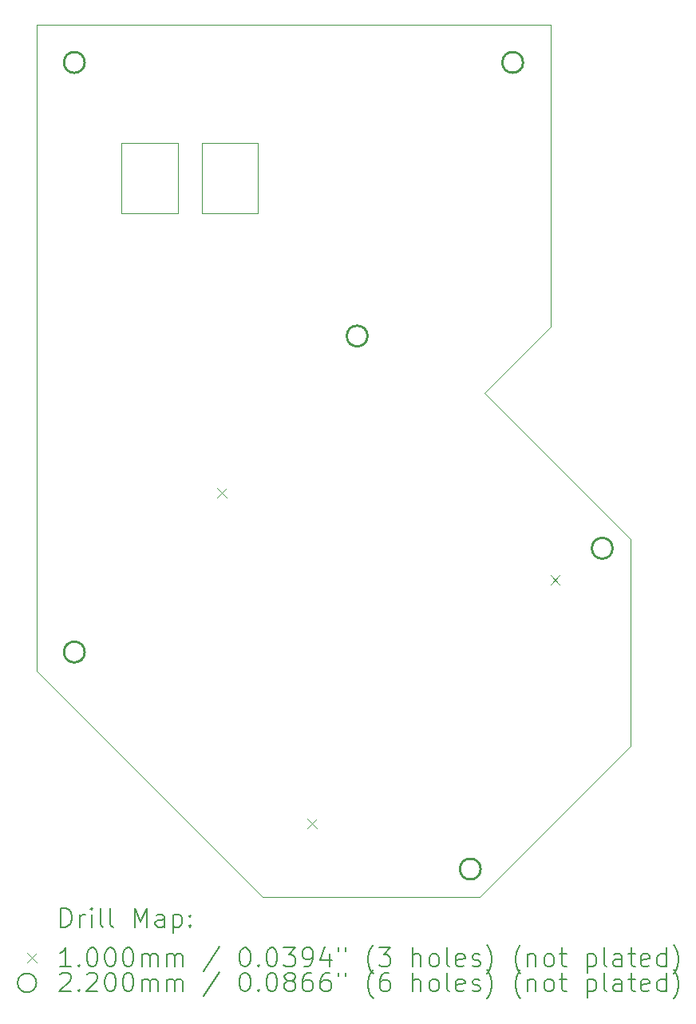
<source format=gbr>
%TF.GenerationSoftware,KiCad,Pcbnew,8.0.7*%
%TF.CreationDate,2025-01-02T14:29:28-06:00*%
%TF.ProjectId,fuckball-bottom,6675636b-6261-46c6-9c2d-626f74746f6d,rev?*%
%TF.SameCoordinates,Original*%
%TF.FileFunction,Drillmap*%
%TF.FilePolarity,Positive*%
%FSLAX45Y45*%
G04 Gerber Fmt 4.5, Leading zero omitted, Abs format (unit mm)*
G04 Created by KiCad (PCBNEW 8.0.7) date 2025-01-02 14:29:28*
%MOMM*%
%LPD*%
G01*
G04 APERTURE LIST*
%ADD10C,0.050000*%
%ADD11C,0.200000*%
%ADD12C,0.100000*%
%ADD13C,0.220000*%
G04 APERTURE END LIST*
D10*
X16950000Y-4950000D02*
X17550000Y-4950000D01*
X17550000Y-5700000D01*
X16950000Y-5700000D01*
X16950000Y-4950000D01*
X17800000Y-4950000D02*
X18400000Y-4950000D01*
X18400000Y-5700000D01*
X17800000Y-5700000D01*
X17800000Y-4950000D01*
X21500000Y-6900000D02*
X20800000Y-7600000D01*
X22350000Y-9150000D01*
X22350000Y-11350000D01*
X20750000Y-12950000D01*
X18450000Y-12950000D01*
X16050000Y-10550000D01*
X16050000Y-3700000D01*
X21500000Y-3700000D01*
X21500000Y-6900000D01*
D11*
D12*
X17965076Y-8615076D02*
X18065076Y-8715076D01*
X18065076Y-8615076D02*
X17965076Y-8715076D01*
X18919670Y-12115254D02*
X19019670Y-12215254D01*
X19019670Y-12115254D02*
X18919670Y-12215254D01*
X21500610Y-9534315D02*
X21600610Y-9634315D01*
X21600610Y-9534315D02*
X21500610Y-9634315D01*
D13*
X16560000Y-4100000D02*
G75*
G02*
X16340000Y-4100000I-110000J0D01*
G01*
X16340000Y-4100000D02*
G75*
G02*
X16560000Y-4100000I110000J0D01*
G01*
X16560000Y-10350000D02*
G75*
G02*
X16340000Y-10350000I-110000J0D01*
G01*
X16340000Y-10350000D02*
G75*
G02*
X16560000Y-10350000I110000J0D01*
G01*
X19560000Y-7000000D02*
G75*
G02*
X19340000Y-7000000I-110000J0D01*
G01*
X19340000Y-7000000D02*
G75*
G02*
X19560000Y-7000000I110000J0D01*
G01*
X20760000Y-12650000D02*
G75*
G02*
X20540000Y-12650000I-110000J0D01*
G01*
X20540000Y-12650000D02*
G75*
G02*
X20760000Y-12650000I110000J0D01*
G01*
X21210000Y-4100000D02*
G75*
G02*
X20990000Y-4100000I-110000J0D01*
G01*
X20990000Y-4100000D02*
G75*
G02*
X21210000Y-4100000I110000J0D01*
G01*
X22160000Y-9250000D02*
G75*
G02*
X21940000Y-9250000I-110000J0D01*
G01*
X21940000Y-9250000D02*
G75*
G02*
X22160000Y-9250000I110000J0D01*
G01*
D11*
X16308277Y-13263984D02*
X16308277Y-13063984D01*
X16308277Y-13063984D02*
X16355896Y-13063984D01*
X16355896Y-13063984D02*
X16384467Y-13073508D01*
X16384467Y-13073508D02*
X16403515Y-13092555D01*
X16403515Y-13092555D02*
X16413039Y-13111603D01*
X16413039Y-13111603D02*
X16422562Y-13149698D01*
X16422562Y-13149698D02*
X16422562Y-13178269D01*
X16422562Y-13178269D02*
X16413039Y-13216365D01*
X16413039Y-13216365D02*
X16403515Y-13235412D01*
X16403515Y-13235412D02*
X16384467Y-13254460D01*
X16384467Y-13254460D02*
X16355896Y-13263984D01*
X16355896Y-13263984D02*
X16308277Y-13263984D01*
X16508277Y-13263984D02*
X16508277Y-13130650D01*
X16508277Y-13168746D02*
X16517801Y-13149698D01*
X16517801Y-13149698D02*
X16527324Y-13140174D01*
X16527324Y-13140174D02*
X16546372Y-13130650D01*
X16546372Y-13130650D02*
X16565420Y-13130650D01*
X16632086Y-13263984D02*
X16632086Y-13130650D01*
X16632086Y-13063984D02*
X16622562Y-13073508D01*
X16622562Y-13073508D02*
X16632086Y-13083031D01*
X16632086Y-13083031D02*
X16641610Y-13073508D01*
X16641610Y-13073508D02*
X16632086Y-13063984D01*
X16632086Y-13063984D02*
X16632086Y-13083031D01*
X16755896Y-13263984D02*
X16736848Y-13254460D01*
X16736848Y-13254460D02*
X16727324Y-13235412D01*
X16727324Y-13235412D02*
X16727324Y-13063984D01*
X16860658Y-13263984D02*
X16841610Y-13254460D01*
X16841610Y-13254460D02*
X16832086Y-13235412D01*
X16832086Y-13235412D02*
X16832086Y-13063984D01*
X17089229Y-13263984D02*
X17089229Y-13063984D01*
X17089229Y-13063984D02*
X17155896Y-13206841D01*
X17155896Y-13206841D02*
X17222563Y-13063984D01*
X17222563Y-13063984D02*
X17222563Y-13263984D01*
X17403515Y-13263984D02*
X17403515Y-13159222D01*
X17403515Y-13159222D02*
X17393991Y-13140174D01*
X17393991Y-13140174D02*
X17374944Y-13130650D01*
X17374944Y-13130650D02*
X17336848Y-13130650D01*
X17336848Y-13130650D02*
X17317801Y-13140174D01*
X17403515Y-13254460D02*
X17384467Y-13263984D01*
X17384467Y-13263984D02*
X17336848Y-13263984D01*
X17336848Y-13263984D02*
X17317801Y-13254460D01*
X17317801Y-13254460D02*
X17308277Y-13235412D01*
X17308277Y-13235412D02*
X17308277Y-13216365D01*
X17308277Y-13216365D02*
X17317801Y-13197317D01*
X17317801Y-13197317D02*
X17336848Y-13187793D01*
X17336848Y-13187793D02*
X17384467Y-13187793D01*
X17384467Y-13187793D02*
X17403515Y-13178269D01*
X17498753Y-13130650D02*
X17498753Y-13330650D01*
X17498753Y-13140174D02*
X17517801Y-13130650D01*
X17517801Y-13130650D02*
X17555896Y-13130650D01*
X17555896Y-13130650D02*
X17574944Y-13140174D01*
X17574944Y-13140174D02*
X17584467Y-13149698D01*
X17584467Y-13149698D02*
X17593991Y-13168746D01*
X17593991Y-13168746D02*
X17593991Y-13225888D01*
X17593991Y-13225888D02*
X17584467Y-13244936D01*
X17584467Y-13244936D02*
X17574944Y-13254460D01*
X17574944Y-13254460D02*
X17555896Y-13263984D01*
X17555896Y-13263984D02*
X17517801Y-13263984D01*
X17517801Y-13263984D02*
X17498753Y-13254460D01*
X17679705Y-13244936D02*
X17689229Y-13254460D01*
X17689229Y-13254460D02*
X17679705Y-13263984D01*
X17679705Y-13263984D02*
X17670182Y-13254460D01*
X17670182Y-13254460D02*
X17679705Y-13244936D01*
X17679705Y-13244936D02*
X17679705Y-13263984D01*
X17679705Y-13140174D02*
X17689229Y-13149698D01*
X17689229Y-13149698D02*
X17679705Y-13159222D01*
X17679705Y-13159222D02*
X17670182Y-13149698D01*
X17670182Y-13149698D02*
X17679705Y-13140174D01*
X17679705Y-13140174D02*
X17679705Y-13159222D01*
D12*
X15947500Y-13542500D02*
X16047500Y-13642500D01*
X16047500Y-13542500D02*
X15947500Y-13642500D01*
D11*
X16413039Y-13683984D02*
X16298753Y-13683984D01*
X16355896Y-13683984D02*
X16355896Y-13483984D01*
X16355896Y-13483984D02*
X16336848Y-13512555D01*
X16336848Y-13512555D02*
X16317801Y-13531603D01*
X16317801Y-13531603D02*
X16298753Y-13541127D01*
X16498753Y-13664936D02*
X16508277Y-13674460D01*
X16508277Y-13674460D02*
X16498753Y-13683984D01*
X16498753Y-13683984D02*
X16489229Y-13674460D01*
X16489229Y-13674460D02*
X16498753Y-13664936D01*
X16498753Y-13664936D02*
X16498753Y-13683984D01*
X16632086Y-13483984D02*
X16651134Y-13483984D01*
X16651134Y-13483984D02*
X16670182Y-13493508D01*
X16670182Y-13493508D02*
X16679705Y-13503031D01*
X16679705Y-13503031D02*
X16689229Y-13522079D01*
X16689229Y-13522079D02*
X16698753Y-13560174D01*
X16698753Y-13560174D02*
X16698753Y-13607793D01*
X16698753Y-13607793D02*
X16689229Y-13645888D01*
X16689229Y-13645888D02*
X16679705Y-13664936D01*
X16679705Y-13664936D02*
X16670182Y-13674460D01*
X16670182Y-13674460D02*
X16651134Y-13683984D01*
X16651134Y-13683984D02*
X16632086Y-13683984D01*
X16632086Y-13683984D02*
X16613039Y-13674460D01*
X16613039Y-13674460D02*
X16603515Y-13664936D01*
X16603515Y-13664936D02*
X16593991Y-13645888D01*
X16593991Y-13645888D02*
X16584467Y-13607793D01*
X16584467Y-13607793D02*
X16584467Y-13560174D01*
X16584467Y-13560174D02*
X16593991Y-13522079D01*
X16593991Y-13522079D02*
X16603515Y-13503031D01*
X16603515Y-13503031D02*
X16613039Y-13493508D01*
X16613039Y-13493508D02*
X16632086Y-13483984D01*
X16822563Y-13483984D02*
X16841610Y-13483984D01*
X16841610Y-13483984D02*
X16860658Y-13493508D01*
X16860658Y-13493508D02*
X16870182Y-13503031D01*
X16870182Y-13503031D02*
X16879705Y-13522079D01*
X16879705Y-13522079D02*
X16889229Y-13560174D01*
X16889229Y-13560174D02*
X16889229Y-13607793D01*
X16889229Y-13607793D02*
X16879705Y-13645888D01*
X16879705Y-13645888D02*
X16870182Y-13664936D01*
X16870182Y-13664936D02*
X16860658Y-13674460D01*
X16860658Y-13674460D02*
X16841610Y-13683984D01*
X16841610Y-13683984D02*
X16822563Y-13683984D01*
X16822563Y-13683984D02*
X16803515Y-13674460D01*
X16803515Y-13674460D02*
X16793991Y-13664936D01*
X16793991Y-13664936D02*
X16784467Y-13645888D01*
X16784467Y-13645888D02*
X16774943Y-13607793D01*
X16774943Y-13607793D02*
X16774943Y-13560174D01*
X16774943Y-13560174D02*
X16784467Y-13522079D01*
X16784467Y-13522079D02*
X16793991Y-13503031D01*
X16793991Y-13503031D02*
X16803515Y-13493508D01*
X16803515Y-13493508D02*
X16822563Y-13483984D01*
X17013039Y-13483984D02*
X17032086Y-13483984D01*
X17032086Y-13483984D02*
X17051134Y-13493508D01*
X17051134Y-13493508D02*
X17060658Y-13503031D01*
X17060658Y-13503031D02*
X17070182Y-13522079D01*
X17070182Y-13522079D02*
X17079705Y-13560174D01*
X17079705Y-13560174D02*
X17079705Y-13607793D01*
X17079705Y-13607793D02*
X17070182Y-13645888D01*
X17070182Y-13645888D02*
X17060658Y-13664936D01*
X17060658Y-13664936D02*
X17051134Y-13674460D01*
X17051134Y-13674460D02*
X17032086Y-13683984D01*
X17032086Y-13683984D02*
X17013039Y-13683984D01*
X17013039Y-13683984D02*
X16993991Y-13674460D01*
X16993991Y-13674460D02*
X16984467Y-13664936D01*
X16984467Y-13664936D02*
X16974944Y-13645888D01*
X16974944Y-13645888D02*
X16965420Y-13607793D01*
X16965420Y-13607793D02*
X16965420Y-13560174D01*
X16965420Y-13560174D02*
X16974944Y-13522079D01*
X16974944Y-13522079D02*
X16984467Y-13503031D01*
X16984467Y-13503031D02*
X16993991Y-13493508D01*
X16993991Y-13493508D02*
X17013039Y-13483984D01*
X17165420Y-13683984D02*
X17165420Y-13550650D01*
X17165420Y-13569698D02*
X17174944Y-13560174D01*
X17174944Y-13560174D02*
X17193991Y-13550650D01*
X17193991Y-13550650D02*
X17222563Y-13550650D01*
X17222563Y-13550650D02*
X17241610Y-13560174D01*
X17241610Y-13560174D02*
X17251134Y-13579222D01*
X17251134Y-13579222D02*
X17251134Y-13683984D01*
X17251134Y-13579222D02*
X17260658Y-13560174D01*
X17260658Y-13560174D02*
X17279705Y-13550650D01*
X17279705Y-13550650D02*
X17308277Y-13550650D01*
X17308277Y-13550650D02*
X17327325Y-13560174D01*
X17327325Y-13560174D02*
X17336848Y-13579222D01*
X17336848Y-13579222D02*
X17336848Y-13683984D01*
X17432086Y-13683984D02*
X17432086Y-13550650D01*
X17432086Y-13569698D02*
X17441610Y-13560174D01*
X17441610Y-13560174D02*
X17460658Y-13550650D01*
X17460658Y-13550650D02*
X17489229Y-13550650D01*
X17489229Y-13550650D02*
X17508277Y-13560174D01*
X17508277Y-13560174D02*
X17517801Y-13579222D01*
X17517801Y-13579222D02*
X17517801Y-13683984D01*
X17517801Y-13579222D02*
X17527325Y-13560174D01*
X17527325Y-13560174D02*
X17546372Y-13550650D01*
X17546372Y-13550650D02*
X17574944Y-13550650D01*
X17574944Y-13550650D02*
X17593991Y-13560174D01*
X17593991Y-13560174D02*
X17603515Y-13579222D01*
X17603515Y-13579222D02*
X17603515Y-13683984D01*
X17993991Y-13474460D02*
X17822563Y-13731603D01*
X18251134Y-13483984D02*
X18270182Y-13483984D01*
X18270182Y-13483984D02*
X18289229Y-13493508D01*
X18289229Y-13493508D02*
X18298753Y-13503031D01*
X18298753Y-13503031D02*
X18308277Y-13522079D01*
X18308277Y-13522079D02*
X18317801Y-13560174D01*
X18317801Y-13560174D02*
X18317801Y-13607793D01*
X18317801Y-13607793D02*
X18308277Y-13645888D01*
X18308277Y-13645888D02*
X18298753Y-13664936D01*
X18298753Y-13664936D02*
X18289229Y-13674460D01*
X18289229Y-13674460D02*
X18270182Y-13683984D01*
X18270182Y-13683984D02*
X18251134Y-13683984D01*
X18251134Y-13683984D02*
X18232087Y-13674460D01*
X18232087Y-13674460D02*
X18222563Y-13664936D01*
X18222563Y-13664936D02*
X18213039Y-13645888D01*
X18213039Y-13645888D02*
X18203515Y-13607793D01*
X18203515Y-13607793D02*
X18203515Y-13560174D01*
X18203515Y-13560174D02*
X18213039Y-13522079D01*
X18213039Y-13522079D02*
X18222563Y-13503031D01*
X18222563Y-13503031D02*
X18232087Y-13493508D01*
X18232087Y-13493508D02*
X18251134Y-13483984D01*
X18403515Y-13664936D02*
X18413039Y-13674460D01*
X18413039Y-13674460D02*
X18403515Y-13683984D01*
X18403515Y-13683984D02*
X18393991Y-13674460D01*
X18393991Y-13674460D02*
X18403515Y-13664936D01*
X18403515Y-13664936D02*
X18403515Y-13683984D01*
X18536848Y-13483984D02*
X18555896Y-13483984D01*
X18555896Y-13483984D02*
X18574944Y-13493508D01*
X18574944Y-13493508D02*
X18584468Y-13503031D01*
X18584468Y-13503031D02*
X18593991Y-13522079D01*
X18593991Y-13522079D02*
X18603515Y-13560174D01*
X18603515Y-13560174D02*
X18603515Y-13607793D01*
X18603515Y-13607793D02*
X18593991Y-13645888D01*
X18593991Y-13645888D02*
X18584468Y-13664936D01*
X18584468Y-13664936D02*
X18574944Y-13674460D01*
X18574944Y-13674460D02*
X18555896Y-13683984D01*
X18555896Y-13683984D02*
X18536848Y-13683984D01*
X18536848Y-13683984D02*
X18517801Y-13674460D01*
X18517801Y-13674460D02*
X18508277Y-13664936D01*
X18508277Y-13664936D02*
X18498753Y-13645888D01*
X18498753Y-13645888D02*
X18489229Y-13607793D01*
X18489229Y-13607793D02*
X18489229Y-13560174D01*
X18489229Y-13560174D02*
X18498753Y-13522079D01*
X18498753Y-13522079D02*
X18508277Y-13503031D01*
X18508277Y-13503031D02*
X18517801Y-13493508D01*
X18517801Y-13493508D02*
X18536848Y-13483984D01*
X18670182Y-13483984D02*
X18793991Y-13483984D01*
X18793991Y-13483984D02*
X18727325Y-13560174D01*
X18727325Y-13560174D02*
X18755896Y-13560174D01*
X18755896Y-13560174D02*
X18774944Y-13569698D01*
X18774944Y-13569698D02*
X18784468Y-13579222D01*
X18784468Y-13579222D02*
X18793991Y-13598269D01*
X18793991Y-13598269D02*
X18793991Y-13645888D01*
X18793991Y-13645888D02*
X18784468Y-13664936D01*
X18784468Y-13664936D02*
X18774944Y-13674460D01*
X18774944Y-13674460D02*
X18755896Y-13683984D01*
X18755896Y-13683984D02*
X18698753Y-13683984D01*
X18698753Y-13683984D02*
X18679706Y-13674460D01*
X18679706Y-13674460D02*
X18670182Y-13664936D01*
X18889229Y-13683984D02*
X18927325Y-13683984D01*
X18927325Y-13683984D02*
X18946372Y-13674460D01*
X18946372Y-13674460D02*
X18955896Y-13664936D01*
X18955896Y-13664936D02*
X18974944Y-13636365D01*
X18974944Y-13636365D02*
X18984468Y-13598269D01*
X18984468Y-13598269D02*
X18984468Y-13522079D01*
X18984468Y-13522079D02*
X18974944Y-13503031D01*
X18974944Y-13503031D02*
X18965420Y-13493508D01*
X18965420Y-13493508D02*
X18946372Y-13483984D01*
X18946372Y-13483984D02*
X18908277Y-13483984D01*
X18908277Y-13483984D02*
X18889229Y-13493508D01*
X18889229Y-13493508D02*
X18879706Y-13503031D01*
X18879706Y-13503031D02*
X18870182Y-13522079D01*
X18870182Y-13522079D02*
X18870182Y-13569698D01*
X18870182Y-13569698D02*
X18879706Y-13588746D01*
X18879706Y-13588746D02*
X18889229Y-13598269D01*
X18889229Y-13598269D02*
X18908277Y-13607793D01*
X18908277Y-13607793D02*
X18946372Y-13607793D01*
X18946372Y-13607793D02*
X18965420Y-13598269D01*
X18965420Y-13598269D02*
X18974944Y-13588746D01*
X18974944Y-13588746D02*
X18984468Y-13569698D01*
X19155896Y-13550650D02*
X19155896Y-13683984D01*
X19108277Y-13474460D02*
X19060658Y-13617317D01*
X19060658Y-13617317D02*
X19184468Y-13617317D01*
X19251134Y-13483984D02*
X19251134Y-13522079D01*
X19327325Y-13483984D02*
X19327325Y-13522079D01*
X19622563Y-13760174D02*
X19613039Y-13750650D01*
X19613039Y-13750650D02*
X19593991Y-13722079D01*
X19593991Y-13722079D02*
X19584468Y-13703031D01*
X19584468Y-13703031D02*
X19574944Y-13674460D01*
X19574944Y-13674460D02*
X19565420Y-13626841D01*
X19565420Y-13626841D02*
X19565420Y-13588746D01*
X19565420Y-13588746D02*
X19574944Y-13541127D01*
X19574944Y-13541127D02*
X19584468Y-13512555D01*
X19584468Y-13512555D02*
X19593991Y-13493508D01*
X19593991Y-13493508D02*
X19613039Y-13464936D01*
X19613039Y-13464936D02*
X19622563Y-13455412D01*
X19679706Y-13483984D02*
X19803515Y-13483984D01*
X19803515Y-13483984D02*
X19736849Y-13560174D01*
X19736849Y-13560174D02*
X19765420Y-13560174D01*
X19765420Y-13560174D02*
X19784468Y-13569698D01*
X19784468Y-13569698D02*
X19793991Y-13579222D01*
X19793991Y-13579222D02*
X19803515Y-13598269D01*
X19803515Y-13598269D02*
X19803515Y-13645888D01*
X19803515Y-13645888D02*
X19793991Y-13664936D01*
X19793991Y-13664936D02*
X19784468Y-13674460D01*
X19784468Y-13674460D02*
X19765420Y-13683984D01*
X19765420Y-13683984D02*
X19708277Y-13683984D01*
X19708277Y-13683984D02*
X19689230Y-13674460D01*
X19689230Y-13674460D02*
X19679706Y-13664936D01*
X20041611Y-13683984D02*
X20041611Y-13483984D01*
X20127325Y-13683984D02*
X20127325Y-13579222D01*
X20127325Y-13579222D02*
X20117801Y-13560174D01*
X20117801Y-13560174D02*
X20098753Y-13550650D01*
X20098753Y-13550650D02*
X20070182Y-13550650D01*
X20070182Y-13550650D02*
X20051134Y-13560174D01*
X20051134Y-13560174D02*
X20041611Y-13569698D01*
X20251134Y-13683984D02*
X20232087Y-13674460D01*
X20232087Y-13674460D02*
X20222563Y-13664936D01*
X20222563Y-13664936D02*
X20213039Y-13645888D01*
X20213039Y-13645888D02*
X20213039Y-13588746D01*
X20213039Y-13588746D02*
X20222563Y-13569698D01*
X20222563Y-13569698D02*
X20232087Y-13560174D01*
X20232087Y-13560174D02*
X20251134Y-13550650D01*
X20251134Y-13550650D02*
X20279706Y-13550650D01*
X20279706Y-13550650D02*
X20298753Y-13560174D01*
X20298753Y-13560174D02*
X20308277Y-13569698D01*
X20308277Y-13569698D02*
X20317801Y-13588746D01*
X20317801Y-13588746D02*
X20317801Y-13645888D01*
X20317801Y-13645888D02*
X20308277Y-13664936D01*
X20308277Y-13664936D02*
X20298753Y-13674460D01*
X20298753Y-13674460D02*
X20279706Y-13683984D01*
X20279706Y-13683984D02*
X20251134Y-13683984D01*
X20432087Y-13683984D02*
X20413039Y-13674460D01*
X20413039Y-13674460D02*
X20403515Y-13655412D01*
X20403515Y-13655412D02*
X20403515Y-13483984D01*
X20584468Y-13674460D02*
X20565420Y-13683984D01*
X20565420Y-13683984D02*
X20527325Y-13683984D01*
X20527325Y-13683984D02*
X20508277Y-13674460D01*
X20508277Y-13674460D02*
X20498753Y-13655412D01*
X20498753Y-13655412D02*
X20498753Y-13579222D01*
X20498753Y-13579222D02*
X20508277Y-13560174D01*
X20508277Y-13560174D02*
X20527325Y-13550650D01*
X20527325Y-13550650D02*
X20565420Y-13550650D01*
X20565420Y-13550650D02*
X20584468Y-13560174D01*
X20584468Y-13560174D02*
X20593992Y-13579222D01*
X20593992Y-13579222D02*
X20593992Y-13598269D01*
X20593992Y-13598269D02*
X20498753Y-13617317D01*
X20670182Y-13674460D02*
X20689230Y-13683984D01*
X20689230Y-13683984D02*
X20727325Y-13683984D01*
X20727325Y-13683984D02*
X20746373Y-13674460D01*
X20746373Y-13674460D02*
X20755896Y-13655412D01*
X20755896Y-13655412D02*
X20755896Y-13645888D01*
X20755896Y-13645888D02*
X20746373Y-13626841D01*
X20746373Y-13626841D02*
X20727325Y-13617317D01*
X20727325Y-13617317D02*
X20698753Y-13617317D01*
X20698753Y-13617317D02*
X20679706Y-13607793D01*
X20679706Y-13607793D02*
X20670182Y-13588746D01*
X20670182Y-13588746D02*
X20670182Y-13579222D01*
X20670182Y-13579222D02*
X20679706Y-13560174D01*
X20679706Y-13560174D02*
X20698753Y-13550650D01*
X20698753Y-13550650D02*
X20727325Y-13550650D01*
X20727325Y-13550650D02*
X20746373Y-13560174D01*
X20822563Y-13760174D02*
X20832087Y-13750650D01*
X20832087Y-13750650D02*
X20851134Y-13722079D01*
X20851134Y-13722079D02*
X20860658Y-13703031D01*
X20860658Y-13703031D02*
X20870182Y-13674460D01*
X20870182Y-13674460D02*
X20879706Y-13626841D01*
X20879706Y-13626841D02*
X20879706Y-13588746D01*
X20879706Y-13588746D02*
X20870182Y-13541127D01*
X20870182Y-13541127D02*
X20860658Y-13512555D01*
X20860658Y-13512555D02*
X20851134Y-13493508D01*
X20851134Y-13493508D02*
X20832087Y-13464936D01*
X20832087Y-13464936D02*
X20822563Y-13455412D01*
X21184468Y-13760174D02*
X21174944Y-13750650D01*
X21174944Y-13750650D02*
X21155896Y-13722079D01*
X21155896Y-13722079D02*
X21146373Y-13703031D01*
X21146373Y-13703031D02*
X21136849Y-13674460D01*
X21136849Y-13674460D02*
X21127325Y-13626841D01*
X21127325Y-13626841D02*
X21127325Y-13588746D01*
X21127325Y-13588746D02*
X21136849Y-13541127D01*
X21136849Y-13541127D02*
X21146373Y-13512555D01*
X21146373Y-13512555D02*
X21155896Y-13493508D01*
X21155896Y-13493508D02*
X21174944Y-13464936D01*
X21174944Y-13464936D02*
X21184468Y-13455412D01*
X21260658Y-13550650D02*
X21260658Y-13683984D01*
X21260658Y-13569698D02*
X21270182Y-13560174D01*
X21270182Y-13560174D02*
X21289230Y-13550650D01*
X21289230Y-13550650D02*
X21317801Y-13550650D01*
X21317801Y-13550650D02*
X21336849Y-13560174D01*
X21336849Y-13560174D02*
X21346373Y-13579222D01*
X21346373Y-13579222D02*
X21346373Y-13683984D01*
X21470182Y-13683984D02*
X21451134Y-13674460D01*
X21451134Y-13674460D02*
X21441611Y-13664936D01*
X21441611Y-13664936D02*
X21432087Y-13645888D01*
X21432087Y-13645888D02*
X21432087Y-13588746D01*
X21432087Y-13588746D02*
X21441611Y-13569698D01*
X21441611Y-13569698D02*
X21451134Y-13560174D01*
X21451134Y-13560174D02*
X21470182Y-13550650D01*
X21470182Y-13550650D02*
X21498754Y-13550650D01*
X21498754Y-13550650D02*
X21517801Y-13560174D01*
X21517801Y-13560174D02*
X21527325Y-13569698D01*
X21527325Y-13569698D02*
X21536849Y-13588746D01*
X21536849Y-13588746D02*
X21536849Y-13645888D01*
X21536849Y-13645888D02*
X21527325Y-13664936D01*
X21527325Y-13664936D02*
X21517801Y-13674460D01*
X21517801Y-13674460D02*
X21498754Y-13683984D01*
X21498754Y-13683984D02*
X21470182Y-13683984D01*
X21593992Y-13550650D02*
X21670182Y-13550650D01*
X21622563Y-13483984D02*
X21622563Y-13655412D01*
X21622563Y-13655412D02*
X21632087Y-13674460D01*
X21632087Y-13674460D02*
X21651134Y-13683984D01*
X21651134Y-13683984D02*
X21670182Y-13683984D01*
X21889230Y-13550650D02*
X21889230Y-13750650D01*
X21889230Y-13560174D02*
X21908277Y-13550650D01*
X21908277Y-13550650D02*
X21946373Y-13550650D01*
X21946373Y-13550650D02*
X21965420Y-13560174D01*
X21965420Y-13560174D02*
X21974944Y-13569698D01*
X21974944Y-13569698D02*
X21984468Y-13588746D01*
X21984468Y-13588746D02*
X21984468Y-13645888D01*
X21984468Y-13645888D02*
X21974944Y-13664936D01*
X21974944Y-13664936D02*
X21965420Y-13674460D01*
X21965420Y-13674460D02*
X21946373Y-13683984D01*
X21946373Y-13683984D02*
X21908277Y-13683984D01*
X21908277Y-13683984D02*
X21889230Y-13674460D01*
X22098754Y-13683984D02*
X22079706Y-13674460D01*
X22079706Y-13674460D02*
X22070182Y-13655412D01*
X22070182Y-13655412D02*
X22070182Y-13483984D01*
X22260658Y-13683984D02*
X22260658Y-13579222D01*
X22260658Y-13579222D02*
X22251135Y-13560174D01*
X22251135Y-13560174D02*
X22232087Y-13550650D01*
X22232087Y-13550650D02*
X22193992Y-13550650D01*
X22193992Y-13550650D02*
X22174944Y-13560174D01*
X22260658Y-13674460D02*
X22241611Y-13683984D01*
X22241611Y-13683984D02*
X22193992Y-13683984D01*
X22193992Y-13683984D02*
X22174944Y-13674460D01*
X22174944Y-13674460D02*
X22165420Y-13655412D01*
X22165420Y-13655412D02*
X22165420Y-13636365D01*
X22165420Y-13636365D02*
X22174944Y-13617317D01*
X22174944Y-13617317D02*
X22193992Y-13607793D01*
X22193992Y-13607793D02*
X22241611Y-13607793D01*
X22241611Y-13607793D02*
X22260658Y-13598269D01*
X22327325Y-13550650D02*
X22403515Y-13550650D01*
X22355896Y-13483984D02*
X22355896Y-13655412D01*
X22355896Y-13655412D02*
X22365420Y-13674460D01*
X22365420Y-13674460D02*
X22384468Y-13683984D01*
X22384468Y-13683984D02*
X22403515Y-13683984D01*
X22546373Y-13674460D02*
X22527325Y-13683984D01*
X22527325Y-13683984D02*
X22489230Y-13683984D01*
X22489230Y-13683984D02*
X22470182Y-13674460D01*
X22470182Y-13674460D02*
X22460658Y-13655412D01*
X22460658Y-13655412D02*
X22460658Y-13579222D01*
X22460658Y-13579222D02*
X22470182Y-13560174D01*
X22470182Y-13560174D02*
X22489230Y-13550650D01*
X22489230Y-13550650D02*
X22527325Y-13550650D01*
X22527325Y-13550650D02*
X22546373Y-13560174D01*
X22546373Y-13560174D02*
X22555896Y-13579222D01*
X22555896Y-13579222D02*
X22555896Y-13598269D01*
X22555896Y-13598269D02*
X22460658Y-13617317D01*
X22727325Y-13683984D02*
X22727325Y-13483984D01*
X22727325Y-13674460D02*
X22708277Y-13683984D01*
X22708277Y-13683984D02*
X22670182Y-13683984D01*
X22670182Y-13683984D02*
X22651134Y-13674460D01*
X22651134Y-13674460D02*
X22641611Y-13664936D01*
X22641611Y-13664936D02*
X22632087Y-13645888D01*
X22632087Y-13645888D02*
X22632087Y-13588746D01*
X22632087Y-13588746D02*
X22641611Y-13569698D01*
X22641611Y-13569698D02*
X22651134Y-13560174D01*
X22651134Y-13560174D02*
X22670182Y-13550650D01*
X22670182Y-13550650D02*
X22708277Y-13550650D01*
X22708277Y-13550650D02*
X22727325Y-13560174D01*
X22803515Y-13760174D02*
X22813039Y-13750650D01*
X22813039Y-13750650D02*
X22832087Y-13722079D01*
X22832087Y-13722079D02*
X22841611Y-13703031D01*
X22841611Y-13703031D02*
X22851134Y-13674460D01*
X22851134Y-13674460D02*
X22860658Y-13626841D01*
X22860658Y-13626841D02*
X22860658Y-13588746D01*
X22860658Y-13588746D02*
X22851134Y-13541127D01*
X22851134Y-13541127D02*
X22841611Y-13512555D01*
X22841611Y-13512555D02*
X22832087Y-13493508D01*
X22832087Y-13493508D02*
X22813039Y-13464936D01*
X22813039Y-13464936D02*
X22803515Y-13455412D01*
X16047500Y-13856500D02*
G75*
G02*
X15847500Y-13856500I-100000J0D01*
G01*
X15847500Y-13856500D02*
G75*
G02*
X16047500Y-13856500I100000J0D01*
G01*
X16298753Y-13767031D02*
X16308277Y-13757508D01*
X16308277Y-13757508D02*
X16327324Y-13747984D01*
X16327324Y-13747984D02*
X16374943Y-13747984D01*
X16374943Y-13747984D02*
X16393991Y-13757508D01*
X16393991Y-13757508D02*
X16403515Y-13767031D01*
X16403515Y-13767031D02*
X16413039Y-13786079D01*
X16413039Y-13786079D02*
X16413039Y-13805127D01*
X16413039Y-13805127D02*
X16403515Y-13833698D01*
X16403515Y-13833698D02*
X16289229Y-13947984D01*
X16289229Y-13947984D02*
X16413039Y-13947984D01*
X16498753Y-13928936D02*
X16508277Y-13938460D01*
X16508277Y-13938460D02*
X16498753Y-13947984D01*
X16498753Y-13947984D02*
X16489229Y-13938460D01*
X16489229Y-13938460D02*
X16498753Y-13928936D01*
X16498753Y-13928936D02*
X16498753Y-13947984D01*
X16584467Y-13767031D02*
X16593991Y-13757508D01*
X16593991Y-13757508D02*
X16613039Y-13747984D01*
X16613039Y-13747984D02*
X16660658Y-13747984D01*
X16660658Y-13747984D02*
X16679705Y-13757508D01*
X16679705Y-13757508D02*
X16689229Y-13767031D01*
X16689229Y-13767031D02*
X16698753Y-13786079D01*
X16698753Y-13786079D02*
X16698753Y-13805127D01*
X16698753Y-13805127D02*
X16689229Y-13833698D01*
X16689229Y-13833698D02*
X16574943Y-13947984D01*
X16574943Y-13947984D02*
X16698753Y-13947984D01*
X16822563Y-13747984D02*
X16841610Y-13747984D01*
X16841610Y-13747984D02*
X16860658Y-13757508D01*
X16860658Y-13757508D02*
X16870182Y-13767031D01*
X16870182Y-13767031D02*
X16879705Y-13786079D01*
X16879705Y-13786079D02*
X16889229Y-13824174D01*
X16889229Y-13824174D02*
X16889229Y-13871793D01*
X16889229Y-13871793D02*
X16879705Y-13909888D01*
X16879705Y-13909888D02*
X16870182Y-13928936D01*
X16870182Y-13928936D02*
X16860658Y-13938460D01*
X16860658Y-13938460D02*
X16841610Y-13947984D01*
X16841610Y-13947984D02*
X16822563Y-13947984D01*
X16822563Y-13947984D02*
X16803515Y-13938460D01*
X16803515Y-13938460D02*
X16793991Y-13928936D01*
X16793991Y-13928936D02*
X16784467Y-13909888D01*
X16784467Y-13909888D02*
X16774943Y-13871793D01*
X16774943Y-13871793D02*
X16774943Y-13824174D01*
X16774943Y-13824174D02*
X16784467Y-13786079D01*
X16784467Y-13786079D02*
X16793991Y-13767031D01*
X16793991Y-13767031D02*
X16803515Y-13757508D01*
X16803515Y-13757508D02*
X16822563Y-13747984D01*
X17013039Y-13747984D02*
X17032086Y-13747984D01*
X17032086Y-13747984D02*
X17051134Y-13757508D01*
X17051134Y-13757508D02*
X17060658Y-13767031D01*
X17060658Y-13767031D02*
X17070182Y-13786079D01*
X17070182Y-13786079D02*
X17079705Y-13824174D01*
X17079705Y-13824174D02*
X17079705Y-13871793D01*
X17079705Y-13871793D02*
X17070182Y-13909888D01*
X17070182Y-13909888D02*
X17060658Y-13928936D01*
X17060658Y-13928936D02*
X17051134Y-13938460D01*
X17051134Y-13938460D02*
X17032086Y-13947984D01*
X17032086Y-13947984D02*
X17013039Y-13947984D01*
X17013039Y-13947984D02*
X16993991Y-13938460D01*
X16993991Y-13938460D02*
X16984467Y-13928936D01*
X16984467Y-13928936D02*
X16974944Y-13909888D01*
X16974944Y-13909888D02*
X16965420Y-13871793D01*
X16965420Y-13871793D02*
X16965420Y-13824174D01*
X16965420Y-13824174D02*
X16974944Y-13786079D01*
X16974944Y-13786079D02*
X16984467Y-13767031D01*
X16984467Y-13767031D02*
X16993991Y-13757508D01*
X16993991Y-13757508D02*
X17013039Y-13747984D01*
X17165420Y-13947984D02*
X17165420Y-13814650D01*
X17165420Y-13833698D02*
X17174944Y-13824174D01*
X17174944Y-13824174D02*
X17193991Y-13814650D01*
X17193991Y-13814650D02*
X17222563Y-13814650D01*
X17222563Y-13814650D02*
X17241610Y-13824174D01*
X17241610Y-13824174D02*
X17251134Y-13843222D01*
X17251134Y-13843222D02*
X17251134Y-13947984D01*
X17251134Y-13843222D02*
X17260658Y-13824174D01*
X17260658Y-13824174D02*
X17279705Y-13814650D01*
X17279705Y-13814650D02*
X17308277Y-13814650D01*
X17308277Y-13814650D02*
X17327325Y-13824174D01*
X17327325Y-13824174D02*
X17336848Y-13843222D01*
X17336848Y-13843222D02*
X17336848Y-13947984D01*
X17432086Y-13947984D02*
X17432086Y-13814650D01*
X17432086Y-13833698D02*
X17441610Y-13824174D01*
X17441610Y-13824174D02*
X17460658Y-13814650D01*
X17460658Y-13814650D02*
X17489229Y-13814650D01*
X17489229Y-13814650D02*
X17508277Y-13824174D01*
X17508277Y-13824174D02*
X17517801Y-13843222D01*
X17517801Y-13843222D02*
X17517801Y-13947984D01*
X17517801Y-13843222D02*
X17527325Y-13824174D01*
X17527325Y-13824174D02*
X17546372Y-13814650D01*
X17546372Y-13814650D02*
X17574944Y-13814650D01*
X17574944Y-13814650D02*
X17593991Y-13824174D01*
X17593991Y-13824174D02*
X17603515Y-13843222D01*
X17603515Y-13843222D02*
X17603515Y-13947984D01*
X17993991Y-13738460D02*
X17822563Y-13995603D01*
X18251134Y-13747984D02*
X18270182Y-13747984D01*
X18270182Y-13747984D02*
X18289229Y-13757508D01*
X18289229Y-13757508D02*
X18298753Y-13767031D01*
X18298753Y-13767031D02*
X18308277Y-13786079D01*
X18308277Y-13786079D02*
X18317801Y-13824174D01*
X18317801Y-13824174D02*
X18317801Y-13871793D01*
X18317801Y-13871793D02*
X18308277Y-13909888D01*
X18308277Y-13909888D02*
X18298753Y-13928936D01*
X18298753Y-13928936D02*
X18289229Y-13938460D01*
X18289229Y-13938460D02*
X18270182Y-13947984D01*
X18270182Y-13947984D02*
X18251134Y-13947984D01*
X18251134Y-13947984D02*
X18232087Y-13938460D01*
X18232087Y-13938460D02*
X18222563Y-13928936D01*
X18222563Y-13928936D02*
X18213039Y-13909888D01*
X18213039Y-13909888D02*
X18203515Y-13871793D01*
X18203515Y-13871793D02*
X18203515Y-13824174D01*
X18203515Y-13824174D02*
X18213039Y-13786079D01*
X18213039Y-13786079D02*
X18222563Y-13767031D01*
X18222563Y-13767031D02*
X18232087Y-13757508D01*
X18232087Y-13757508D02*
X18251134Y-13747984D01*
X18403515Y-13928936D02*
X18413039Y-13938460D01*
X18413039Y-13938460D02*
X18403515Y-13947984D01*
X18403515Y-13947984D02*
X18393991Y-13938460D01*
X18393991Y-13938460D02*
X18403515Y-13928936D01*
X18403515Y-13928936D02*
X18403515Y-13947984D01*
X18536848Y-13747984D02*
X18555896Y-13747984D01*
X18555896Y-13747984D02*
X18574944Y-13757508D01*
X18574944Y-13757508D02*
X18584468Y-13767031D01*
X18584468Y-13767031D02*
X18593991Y-13786079D01*
X18593991Y-13786079D02*
X18603515Y-13824174D01*
X18603515Y-13824174D02*
X18603515Y-13871793D01*
X18603515Y-13871793D02*
X18593991Y-13909888D01*
X18593991Y-13909888D02*
X18584468Y-13928936D01*
X18584468Y-13928936D02*
X18574944Y-13938460D01*
X18574944Y-13938460D02*
X18555896Y-13947984D01*
X18555896Y-13947984D02*
X18536848Y-13947984D01*
X18536848Y-13947984D02*
X18517801Y-13938460D01*
X18517801Y-13938460D02*
X18508277Y-13928936D01*
X18508277Y-13928936D02*
X18498753Y-13909888D01*
X18498753Y-13909888D02*
X18489229Y-13871793D01*
X18489229Y-13871793D02*
X18489229Y-13824174D01*
X18489229Y-13824174D02*
X18498753Y-13786079D01*
X18498753Y-13786079D02*
X18508277Y-13767031D01*
X18508277Y-13767031D02*
X18517801Y-13757508D01*
X18517801Y-13757508D02*
X18536848Y-13747984D01*
X18717801Y-13833698D02*
X18698753Y-13824174D01*
X18698753Y-13824174D02*
X18689229Y-13814650D01*
X18689229Y-13814650D02*
X18679706Y-13795603D01*
X18679706Y-13795603D02*
X18679706Y-13786079D01*
X18679706Y-13786079D02*
X18689229Y-13767031D01*
X18689229Y-13767031D02*
X18698753Y-13757508D01*
X18698753Y-13757508D02*
X18717801Y-13747984D01*
X18717801Y-13747984D02*
X18755896Y-13747984D01*
X18755896Y-13747984D02*
X18774944Y-13757508D01*
X18774944Y-13757508D02*
X18784468Y-13767031D01*
X18784468Y-13767031D02*
X18793991Y-13786079D01*
X18793991Y-13786079D02*
X18793991Y-13795603D01*
X18793991Y-13795603D02*
X18784468Y-13814650D01*
X18784468Y-13814650D02*
X18774944Y-13824174D01*
X18774944Y-13824174D02*
X18755896Y-13833698D01*
X18755896Y-13833698D02*
X18717801Y-13833698D01*
X18717801Y-13833698D02*
X18698753Y-13843222D01*
X18698753Y-13843222D02*
X18689229Y-13852746D01*
X18689229Y-13852746D02*
X18679706Y-13871793D01*
X18679706Y-13871793D02*
X18679706Y-13909888D01*
X18679706Y-13909888D02*
X18689229Y-13928936D01*
X18689229Y-13928936D02*
X18698753Y-13938460D01*
X18698753Y-13938460D02*
X18717801Y-13947984D01*
X18717801Y-13947984D02*
X18755896Y-13947984D01*
X18755896Y-13947984D02*
X18774944Y-13938460D01*
X18774944Y-13938460D02*
X18784468Y-13928936D01*
X18784468Y-13928936D02*
X18793991Y-13909888D01*
X18793991Y-13909888D02*
X18793991Y-13871793D01*
X18793991Y-13871793D02*
X18784468Y-13852746D01*
X18784468Y-13852746D02*
X18774944Y-13843222D01*
X18774944Y-13843222D02*
X18755896Y-13833698D01*
X18965420Y-13747984D02*
X18927325Y-13747984D01*
X18927325Y-13747984D02*
X18908277Y-13757508D01*
X18908277Y-13757508D02*
X18898753Y-13767031D01*
X18898753Y-13767031D02*
X18879706Y-13795603D01*
X18879706Y-13795603D02*
X18870182Y-13833698D01*
X18870182Y-13833698D02*
X18870182Y-13909888D01*
X18870182Y-13909888D02*
X18879706Y-13928936D01*
X18879706Y-13928936D02*
X18889229Y-13938460D01*
X18889229Y-13938460D02*
X18908277Y-13947984D01*
X18908277Y-13947984D02*
X18946372Y-13947984D01*
X18946372Y-13947984D02*
X18965420Y-13938460D01*
X18965420Y-13938460D02*
X18974944Y-13928936D01*
X18974944Y-13928936D02*
X18984468Y-13909888D01*
X18984468Y-13909888D02*
X18984468Y-13862269D01*
X18984468Y-13862269D02*
X18974944Y-13843222D01*
X18974944Y-13843222D02*
X18965420Y-13833698D01*
X18965420Y-13833698D02*
X18946372Y-13824174D01*
X18946372Y-13824174D02*
X18908277Y-13824174D01*
X18908277Y-13824174D02*
X18889229Y-13833698D01*
X18889229Y-13833698D02*
X18879706Y-13843222D01*
X18879706Y-13843222D02*
X18870182Y-13862269D01*
X19155896Y-13747984D02*
X19117801Y-13747984D01*
X19117801Y-13747984D02*
X19098753Y-13757508D01*
X19098753Y-13757508D02*
X19089229Y-13767031D01*
X19089229Y-13767031D02*
X19070182Y-13795603D01*
X19070182Y-13795603D02*
X19060658Y-13833698D01*
X19060658Y-13833698D02*
X19060658Y-13909888D01*
X19060658Y-13909888D02*
X19070182Y-13928936D01*
X19070182Y-13928936D02*
X19079706Y-13938460D01*
X19079706Y-13938460D02*
X19098753Y-13947984D01*
X19098753Y-13947984D02*
X19136849Y-13947984D01*
X19136849Y-13947984D02*
X19155896Y-13938460D01*
X19155896Y-13938460D02*
X19165420Y-13928936D01*
X19165420Y-13928936D02*
X19174944Y-13909888D01*
X19174944Y-13909888D02*
X19174944Y-13862269D01*
X19174944Y-13862269D02*
X19165420Y-13843222D01*
X19165420Y-13843222D02*
X19155896Y-13833698D01*
X19155896Y-13833698D02*
X19136849Y-13824174D01*
X19136849Y-13824174D02*
X19098753Y-13824174D01*
X19098753Y-13824174D02*
X19079706Y-13833698D01*
X19079706Y-13833698D02*
X19070182Y-13843222D01*
X19070182Y-13843222D02*
X19060658Y-13862269D01*
X19251134Y-13747984D02*
X19251134Y-13786079D01*
X19327325Y-13747984D02*
X19327325Y-13786079D01*
X19622563Y-14024174D02*
X19613039Y-14014650D01*
X19613039Y-14014650D02*
X19593991Y-13986079D01*
X19593991Y-13986079D02*
X19584468Y-13967031D01*
X19584468Y-13967031D02*
X19574944Y-13938460D01*
X19574944Y-13938460D02*
X19565420Y-13890841D01*
X19565420Y-13890841D02*
X19565420Y-13852746D01*
X19565420Y-13852746D02*
X19574944Y-13805127D01*
X19574944Y-13805127D02*
X19584468Y-13776555D01*
X19584468Y-13776555D02*
X19593991Y-13757508D01*
X19593991Y-13757508D02*
X19613039Y-13728936D01*
X19613039Y-13728936D02*
X19622563Y-13719412D01*
X19784468Y-13747984D02*
X19746372Y-13747984D01*
X19746372Y-13747984D02*
X19727325Y-13757508D01*
X19727325Y-13757508D02*
X19717801Y-13767031D01*
X19717801Y-13767031D02*
X19698753Y-13795603D01*
X19698753Y-13795603D02*
X19689230Y-13833698D01*
X19689230Y-13833698D02*
X19689230Y-13909888D01*
X19689230Y-13909888D02*
X19698753Y-13928936D01*
X19698753Y-13928936D02*
X19708277Y-13938460D01*
X19708277Y-13938460D02*
X19727325Y-13947984D01*
X19727325Y-13947984D02*
X19765420Y-13947984D01*
X19765420Y-13947984D02*
X19784468Y-13938460D01*
X19784468Y-13938460D02*
X19793991Y-13928936D01*
X19793991Y-13928936D02*
X19803515Y-13909888D01*
X19803515Y-13909888D02*
X19803515Y-13862269D01*
X19803515Y-13862269D02*
X19793991Y-13843222D01*
X19793991Y-13843222D02*
X19784468Y-13833698D01*
X19784468Y-13833698D02*
X19765420Y-13824174D01*
X19765420Y-13824174D02*
X19727325Y-13824174D01*
X19727325Y-13824174D02*
X19708277Y-13833698D01*
X19708277Y-13833698D02*
X19698753Y-13843222D01*
X19698753Y-13843222D02*
X19689230Y-13862269D01*
X20041611Y-13947984D02*
X20041611Y-13747984D01*
X20127325Y-13947984D02*
X20127325Y-13843222D01*
X20127325Y-13843222D02*
X20117801Y-13824174D01*
X20117801Y-13824174D02*
X20098753Y-13814650D01*
X20098753Y-13814650D02*
X20070182Y-13814650D01*
X20070182Y-13814650D02*
X20051134Y-13824174D01*
X20051134Y-13824174D02*
X20041611Y-13833698D01*
X20251134Y-13947984D02*
X20232087Y-13938460D01*
X20232087Y-13938460D02*
X20222563Y-13928936D01*
X20222563Y-13928936D02*
X20213039Y-13909888D01*
X20213039Y-13909888D02*
X20213039Y-13852746D01*
X20213039Y-13852746D02*
X20222563Y-13833698D01*
X20222563Y-13833698D02*
X20232087Y-13824174D01*
X20232087Y-13824174D02*
X20251134Y-13814650D01*
X20251134Y-13814650D02*
X20279706Y-13814650D01*
X20279706Y-13814650D02*
X20298753Y-13824174D01*
X20298753Y-13824174D02*
X20308277Y-13833698D01*
X20308277Y-13833698D02*
X20317801Y-13852746D01*
X20317801Y-13852746D02*
X20317801Y-13909888D01*
X20317801Y-13909888D02*
X20308277Y-13928936D01*
X20308277Y-13928936D02*
X20298753Y-13938460D01*
X20298753Y-13938460D02*
X20279706Y-13947984D01*
X20279706Y-13947984D02*
X20251134Y-13947984D01*
X20432087Y-13947984D02*
X20413039Y-13938460D01*
X20413039Y-13938460D02*
X20403515Y-13919412D01*
X20403515Y-13919412D02*
X20403515Y-13747984D01*
X20584468Y-13938460D02*
X20565420Y-13947984D01*
X20565420Y-13947984D02*
X20527325Y-13947984D01*
X20527325Y-13947984D02*
X20508277Y-13938460D01*
X20508277Y-13938460D02*
X20498753Y-13919412D01*
X20498753Y-13919412D02*
X20498753Y-13843222D01*
X20498753Y-13843222D02*
X20508277Y-13824174D01*
X20508277Y-13824174D02*
X20527325Y-13814650D01*
X20527325Y-13814650D02*
X20565420Y-13814650D01*
X20565420Y-13814650D02*
X20584468Y-13824174D01*
X20584468Y-13824174D02*
X20593992Y-13843222D01*
X20593992Y-13843222D02*
X20593992Y-13862269D01*
X20593992Y-13862269D02*
X20498753Y-13881317D01*
X20670182Y-13938460D02*
X20689230Y-13947984D01*
X20689230Y-13947984D02*
X20727325Y-13947984D01*
X20727325Y-13947984D02*
X20746373Y-13938460D01*
X20746373Y-13938460D02*
X20755896Y-13919412D01*
X20755896Y-13919412D02*
X20755896Y-13909888D01*
X20755896Y-13909888D02*
X20746373Y-13890841D01*
X20746373Y-13890841D02*
X20727325Y-13881317D01*
X20727325Y-13881317D02*
X20698753Y-13881317D01*
X20698753Y-13881317D02*
X20679706Y-13871793D01*
X20679706Y-13871793D02*
X20670182Y-13852746D01*
X20670182Y-13852746D02*
X20670182Y-13843222D01*
X20670182Y-13843222D02*
X20679706Y-13824174D01*
X20679706Y-13824174D02*
X20698753Y-13814650D01*
X20698753Y-13814650D02*
X20727325Y-13814650D01*
X20727325Y-13814650D02*
X20746373Y-13824174D01*
X20822563Y-14024174D02*
X20832087Y-14014650D01*
X20832087Y-14014650D02*
X20851134Y-13986079D01*
X20851134Y-13986079D02*
X20860658Y-13967031D01*
X20860658Y-13967031D02*
X20870182Y-13938460D01*
X20870182Y-13938460D02*
X20879706Y-13890841D01*
X20879706Y-13890841D02*
X20879706Y-13852746D01*
X20879706Y-13852746D02*
X20870182Y-13805127D01*
X20870182Y-13805127D02*
X20860658Y-13776555D01*
X20860658Y-13776555D02*
X20851134Y-13757508D01*
X20851134Y-13757508D02*
X20832087Y-13728936D01*
X20832087Y-13728936D02*
X20822563Y-13719412D01*
X21184468Y-14024174D02*
X21174944Y-14014650D01*
X21174944Y-14014650D02*
X21155896Y-13986079D01*
X21155896Y-13986079D02*
X21146373Y-13967031D01*
X21146373Y-13967031D02*
X21136849Y-13938460D01*
X21136849Y-13938460D02*
X21127325Y-13890841D01*
X21127325Y-13890841D02*
X21127325Y-13852746D01*
X21127325Y-13852746D02*
X21136849Y-13805127D01*
X21136849Y-13805127D02*
X21146373Y-13776555D01*
X21146373Y-13776555D02*
X21155896Y-13757508D01*
X21155896Y-13757508D02*
X21174944Y-13728936D01*
X21174944Y-13728936D02*
X21184468Y-13719412D01*
X21260658Y-13814650D02*
X21260658Y-13947984D01*
X21260658Y-13833698D02*
X21270182Y-13824174D01*
X21270182Y-13824174D02*
X21289230Y-13814650D01*
X21289230Y-13814650D02*
X21317801Y-13814650D01*
X21317801Y-13814650D02*
X21336849Y-13824174D01*
X21336849Y-13824174D02*
X21346373Y-13843222D01*
X21346373Y-13843222D02*
X21346373Y-13947984D01*
X21470182Y-13947984D02*
X21451134Y-13938460D01*
X21451134Y-13938460D02*
X21441611Y-13928936D01*
X21441611Y-13928936D02*
X21432087Y-13909888D01*
X21432087Y-13909888D02*
X21432087Y-13852746D01*
X21432087Y-13852746D02*
X21441611Y-13833698D01*
X21441611Y-13833698D02*
X21451134Y-13824174D01*
X21451134Y-13824174D02*
X21470182Y-13814650D01*
X21470182Y-13814650D02*
X21498754Y-13814650D01*
X21498754Y-13814650D02*
X21517801Y-13824174D01*
X21517801Y-13824174D02*
X21527325Y-13833698D01*
X21527325Y-13833698D02*
X21536849Y-13852746D01*
X21536849Y-13852746D02*
X21536849Y-13909888D01*
X21536849Y-13909888D02*
X21527325Y-13928936D01*
X21527325Y-13928936D02*
X21517801Y-13938460D01*
X21517801Y-13938460D02*
X21498754Y-13947984D01*
X21498754Y-13947984D02*
X21470182Y-13947984D01*
X21593992Y-13814650D02*
X21670182Y-13814650D01*
X21622563Y-13747984D02*
X21622563Y-13919412D01*
X21622563Y-13919412D02*
X21632087Y-13938460D01*
X21632087Y-13938460D02*
X21651134Y-13947984D01*
X21651134Y-13947984D02*
X21670182Y-13947984D01*
X21889230Y-13814650D02*
X21889230Y-14014650D01*
X21889230Y-13824174D02*
X21908277Y-13814650D01*
X21908277Y-13814650D02*
X21946373Y-13814650D01*
X21946373Y-13814650D02*
X21965420Y-13824174D01*
X21965420Y-13824174D02*
X21974944Y-13833698D01*
X21974944Y-13833698D02*
X21984468Y-13852746D01*
X21984468Y-13852746D02*
X21984468Y-13909888D01*
X21984468Y-13909888D02*
X21974944Y-13928936D01*
X21974944Y-13928936D02*
X21965420Y-13938460D01*
X21965420Y-13938460D02*
X21946373Y-13947984D01*
X21946373Y-13947984D02*
X21908277Y-13947984D01*
X21908277Y-13947984D02*
X21889230Y-13938460D01*
X22098754Y-13947984D02*
X22079706Y-13938460D01*
X22079706Y-13938460D02*
X22070182Y-13919412D01*
X22070182Y-13919412D02*
X22070182Y-13747984D01*
X22260658Y-13947984D02*
X22260658Y-13843222D01*
X22260658Y-13843222D02*
X22251135Y-13824174D01*
X22251135Y-13824174D02*
X22232087Y-13814650D01*
X22232087Y-13814650D02*
X22193992Y-13814650D01*
X22193992Y-13814650D02*
X22174944Y-13824174D01*
X22260658Y-13938460D02*
X22241611Y-13947984D01*
X22241611Y-13947984D02*
X22193992Y-13947984D01*
X22193992Y-13947984D02*
X22174944Y-13938460D01*
X22174944Y-13938460D02*
X22165420Y-13919412D01*
X22165420Y-13919412D02*
X22165420Y-13900365D01*
X22165420Y-13900365D02*
X22174944Y-13881317D01*
X22174944Y-13881317D02*
X22193992Y-13871793D01*
X22193992Y-13871793D02*
X22241611Y-13871793D01*
X22241611Y-13871793D02*
X22260658Y-13862269D01*
X22327325Y-13814650D02*
X22403515Y-13814650D01*
X22355896Y-13747984D02*
X22355896Y-13919412D01*
X22355896Y-13919412D02*
X22365420Y-13938460D01*
X22365420Y-13938460D02*
X22384468Y-13947984D01*
X22384468Y-13947984D02*
X22403515Y-13947984D01*
X22546373Y-13938460D02*
X22527325Y-13947984D01*
X22527325Y-13947984D02*
X22489230Y-13947984D01*
X22489230Y-13947984D02*
X22470182Y-13938460D01*
X22470182Y-13938460D02*
X22460658Y-13919412D01*
X22460658Y-13919412D02*
X22460658Y-13843222D01*
X22460658Y-13843222D02*
X22470182Y-13824174D01*
X22470182Y-13824174D02*
X22489230Y-13814650D01*
X22489230Y-13814650D02*
X22527325Y-13814650D01*
X22527325Y-13814650D02*
X22546373Y-13824174D01*
X22546373Y-13824174D02*
X22555896Y-13843222D01*
X22555896Y-13843222D02*
X22555896Y-13862269D01*
X22555896Y-13862269D02*
X22460658Y-13881317D01*
X22727325Y-13947984D02*
X22727325Y-13747984D01*
X22727325Y-13938460D02*
X22708277Y-13947984D01*
X22708277Y-13947984D02*
X22670182Y-13947984D01*
X22670182Y-13947984D02*
X22651134Y-13938460D01*
X22651134Y-13938460D02*
X22641611Y-13928936D01*
X22641611Y-13928936D02*
X22632087Y-13909888D01*
X22632087Y-13909888D02*
X22632087Y-13852746D01*
X22632087Y-13852746D02*
X22641611Y-13833698D01*
X22641611Y-13833698D02*
X22651134Y-13824174D01*
X22651134Y-13824174D02*
X22670182Y-13814650D01*
X22670182Y-13814650D02*
X22708277Y-13814650D01*
X22708277Y-13814650D02*
X22727325Y-13824174D01*
X22803515Y-14024174D02*
X22813039Y-14014650D01*
X22813039Y-14014650D02*
X22832087Y-13986079D01*
X22832087Y-13986079D02*
X22841611Y-13967031D01*
X22841611Y-13967031D02*
X22851134Y-13938460D01*
X22851134Y-13938460D02*
X22860658Y-13890841D01*
X22860658Y-13890841D02*
X22860658Y-13852746D01*
X22860658Y-13852746D02*
X22851134Y-13805127D01*
X22851134Y-13805127D02*
X22841611Y-13776555D01*
X22841611Y-13776555D02*
X22832087Y-13757508D01*
X22832087Y-13757508D02*
X22813039Y-13728936D01*
X22813039Y-13728936D02*
X22803515Y-13719412D01*
M02*

</source>
